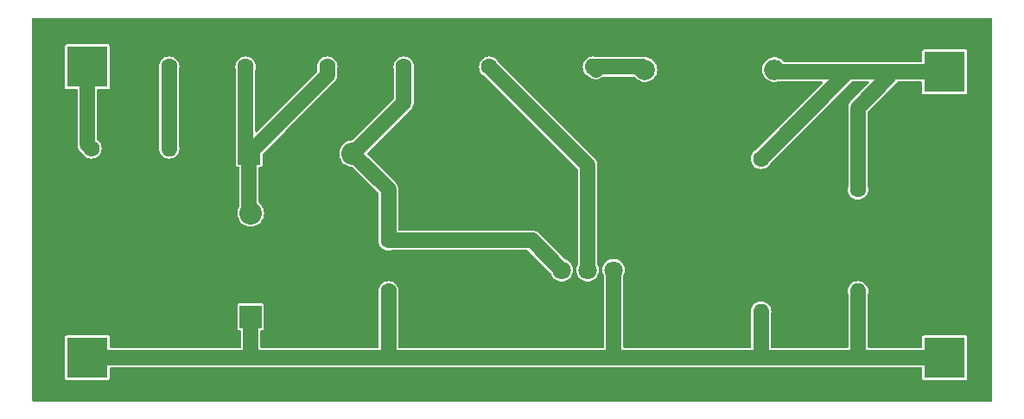
<source format=gbr>
%TF.GenerationSoftware,KiCad,Pcbnew,8.0.3*%
%TF.CreationDate,2024-10-19T22:40:53-05:00*%
%TF.ProjectId,G1 RGB Mod Board,47312052-4742-4204-9d6f-6420426f6172,rev?*%
%TF.SameCoordinates,Original*%
%TF.FileFunction,Copper,L1,Top*%
%TF.FilePolarity,Positive*%
%FSLAX46Y46*%
G04 Gerber Fmt 4.6, Leading zero omitted, Abs format (unit mm)*
G04 Created by KiCad (PCBNEW 8.0.3) date 2024-10-19 22:40:53*
%MOMM*%
%LPD*%
G01*
G04 APERTURE LIST*
%TA.AperFunction,ComponentPad*%
%ADD10R,2.200000X2.200000*%
%TD*%
%TA.AperFunction,ComponentPad*%
%ADD11O,2.200000X2.200000*%
%TD*%
%TA.AperFunction,SMDPad,CuDef*%
%ADD12R,4.000000X4.000000*%
%TD*%
%TA.AperFunction,ComponentPad*%
%ADD13C,1.600000*%
%TD*%
%TA.AperFunction,ComponentPad*%
%ADD14O,1.600000X1.600000*%
%TD*%
%TA.AperFunction,ComponentPad*%
%ADD15C,2.000000*%
%TD*%
%TA.AperFunction,ComponentPad*%
%ADD16O,2.000000X2.000000*%
%TD*%
%TA.AperFunction,ComponentPad*%
%ADD17C,1.800000*%
%TD*%
%TA.AperFunction,Conductor*%
%ADD18C,1.500000*%
%TD*%
G04 APERTURE END LIST*
D10*
X35888000Y-28260000D03*
D11*
X46048000Y-28260000D03*
D10*
X36048000Y-44260000D03*
D11*
X36048000Y-34100000D03*
D12*
X104048000Y-48260000D03*
X104048000Y-20260000D03*
X20048000Y-48260000D03*
X20048000Y-19760000D03*
D13*
X59436000Y-19760000D03*
D14*
X69596000Y-19760000D03*
D13*
X20428000Y-27760000D03*
D14*
X28048000Y-27760000D03*
D15*
X74676000Y-20032000D03*
D16*
X87376000Y-20032000D03*
D13*
X43548000Y-19760000D03*
X51048000Y-19760000D03*
X28048000Y-19760000D03*
X35548000Y-19760000D03*
X95548000Y-31760000D03*
D14*
X95548000Y-41760000D03*
D13*
X86048000Y-28760000D03*
D14*
X86048000Y-43760000D03*
D13*
X49548000Y-41760000D03*
X49548000Y-36760000D03*
D17*
X66523000Y-39685000D03*
X69063000Y-39685000D03*
X71603000Y-39685000D03*
D18*
X95548000Y-23780000D02*
X98552000Y-20776000D01*
X98552000Y-20776000D02*
X98552000Y-20260000D01*
X95548000Y-31760000D02*
X95548000Y-23780000D01*
X94488000Y-20320000D02*
X94488000Y-20260000D01*
X86048000Y-28760000D02*
X94488000Y-20320000D01*
X87604000Y-20260000D02*
X104048000Y-20260000D01*
X87376000Y-20032000D02*
X87604000Y-20260000D01*
X74404000Y-19760000D02*
X74676000Y-20032000D01*
X69596000Y-19760000D02*
X74404000Y-19760000D01*
X103312000Y-19524000D02*
X104048000Y-20260000D01*
X69868000Y-20032000D02*
X69596000Y-19760000D01*
X69063000Y-29387000D02*
X59436000Y-19760000D01*
X69063000Y-39685000D02*
X69063000Y-29387000D01*
X95548000Y-48216000D02*
X95504000Y-48260000D01*
X95548000Y-41760000D02*
X95548000Y-48216000D01*
X95504000Y-48260000D02*
X86360000Y-48260000D01*
X104048000Y-48260000D02*
X95504000Y-48260000D01*
X86048000Y-47948000D02*
X86360000Y-48260000D01*
X86048000Y-43760000D02*
X86048000Y-47948000D01*
X86360000Y-48260000D02*
X72136000Y-48260000D01*
X103548000Y-19760000D02*
X104048000Y-20260000D01*
X71603000Y-39685000D02*
X71603000Y-47727000D01*
X72136000Y-48260000D02*
X49784000Y-48260000D01*
X71603000Y-47727000D02*
X72136000Y-48260000D01*
X63598000Y-36760000D02*
X66523000Y-39685000D01*
X49548000Y-36760000D02*
X63598000Y-36760000D01*
X51048000Y-23260000D02*
X46048000Y-28260000D01*
X51048000Y-19760000D02*
X51048000Y-23260000D01*
X43548000Y-20600000D02*
X35888000Y-28260000D01*
X43548000Y-19760000D02*
X43548000Y-20600000D01*
X49548000Y-31760000D02*
X46048000Y-28260000D01*
X49548000Y-36760000D02*
X49548000Y-31760000D01*
X49548000Y-41760000D02*
X49548000Y-48024000D01*
X49784000Y-48260000D02*
X36068000Y-48260000D01*
X49548000Y-48024000D02*
X49784000Y-48260000D01*
X36048000Y-44260000D02*
X36048000Y-48240000D01*
X36048000Y-48240000D02*
X36068000Y-48260000D01*
X36068000Y-48260000D02*
X20048000Y-48260000D01*
X35888000Y-33940000D02*
X36048000Y-34100000D01*
X35888000Y-28260000D02*
X35888000Y-33940000D01*
X35548000Y-27920000D02*
X35888000Y-28260000D01*
X35548000Y-19760000D02*
X35548000Y-27920000D01*
X28048000Y-27760000D02*
X28048000Y-19760000D01*
X20048000Y-27380000D02*
X20428000Y-27760000D01*
X20048000Y-19760000D02*
X20048000Y-27380000D01*
%TA.AperFunction,Conductor*%
G36*
X108659191Y-14970907D02*
G01*
X108695155Y-15020407D01*
X108700000Y-15051000D01*
X108700000Y-52449000D01*
X108681093Y-52507191D01*
X108631593Y-52543155D01*
X108601000Y-52548000D01*
X14723000Y-52548000D01*
X14664809Y-52529093D01*
X14628845Y-52479593D01*
X14624000Y-52449000D01*
X14624000Y-46240253D01*
X17847500Y-46240253D01*
X17847500Y-50279746D01*
X17847501Y-50279758D01*
X17859132Y-50338227D01*
X17859133Y-50338231D01*
X17903448Y-50404552D01*
X17969769Y-50448867D01*
X18014231Y-50457711D01*
X18028241Y-50460498D01*
X18028246Y-50460498D01*
X18028252Y-50460500D01*
X18028253Y-50460500D01*
X22067747Y-50460500D01*
X22067748Y-50460500D01*
X22126231Y-50448867D01*
X22192552Y-50404552D01*
X22236867Y-50338231D01*
X22248500Y-50279748D01*
X22248500Y-49309500D01*
X22267407Y-49251309D01*
X22316907Y-49215345D01*
X22347500Y-49210500D01*
X35974383Y-49210500D01*
X35974384Y-49210500D01*
X49690383Y-49210500D01*
X49690384Y-49210500D01*
X72042383Y-49210500D01*
X72042384Y-49210500D01*
X86266384Y-49210500D01*
X86453617Y-49210500D01*
X95410383Y-49210500D01*
X95410384Y-49210500D01*
X101748500Y-49210500D01*
X101806691Y-49229407D01*
X101842655Y-49278907D01*
X101847500Y-49309500D01*
X101847500Y-50279746D01*
X101847501Y-50279758D01*
X101859132Y-50338227D01*
X101859133Y-50338231D01*
X101903448Y-50404552D01*
X101969769Y-50448867D01*
X102014231Y-50457711D01*
X102028241Y-50460498D01*
X102028246Y-50460498D01*
X102028252Y-50460500D01*
X102028253Y-50460500D01*
X106067747Y-50460500D01*
X106067748Y-50460500D01*
X106126231Y-50448867D01*
X106192552Y-50404552D01*
X106236867Y-50338231D01*
X106248500Y-50279748D01*
X106248500Y-46240252D01*
X106236867Y-46181769D01*
X106192552Y-46115448D01*
X106192548Y-46115445D01*
X106126233Y-46071134D01*
X106126231Y-46071133D01*
X106126228Y-46071132D01*
X106126227Y-46071132D01*
X106067758Y-46059501D01*
X106067748Y-46059500D01*
X102028252Y-46059500D01*
X102028251Y-46059500D01*
X102028241Y-46059501D01*
X101969772Y-46071132D01*
X101969766Y-46071134D01*
X101903451Y-46115445D01*
X101903445Y-46115451D01*
X101859134Y-46181766D01*
X101859132Y-46181772D01*
X101847501Y-46240241D01*
X101847500Y-46240253D01*
X101847500Y-47210500D01*
X101828593Y-47268691D01*
X101779093Y-47304655D01*
X101748500Y-47309500D01*
X96597500Y-47309500D01*
X96539309Y-47290593D01*
X96503345Y-47241093D01*
X96498500Y-47210500D01*
X96498500Y-42087922D01*
X96502762Y-42059186D01*
X96534024Y-41956132D01*
X96553341Y-41760000D01*
X96553341Y-41759996D01*
X96534025Y-41563873D01*
X96534024Y-41563870D01*
X96534024Y-41563868D01*
X96476814Y-41375273D01*
X96383910Y-41201462D01*
X96383906Y-41201457D01*
X96258887Y-41049121D01*
X96258878Y-41049112D01*
X96106542Y-40924093D01*
X96106540Y-40924092D01*
X96106538Y-40924090D01*
X96065618Y-40902218D01*
X95932732Y-40831188D01*
X95932730Y-40831187D01*
X95744129Y-40773975D01*
X95744126Y-40773974D01*
X95548003Y-40754659D01*
X95547997Y-40754659D01*
X95351873Y-40773974D01*
X95351870Y-40773975D01*
X95163269Y-40831187D01*
X95163267Y-40831188D01*
X94989467Y-40924087D01*
X94989457Y-40924093D01*
X94837121Y-41049112D01*
X94837112Y-41049121D01*
X94712093Y-41201457D01*
X94712087Y-41201467D01*
X94619188Y-41375267D01*
X94619187Y-41375269D01*
X94561975Y-41563870D01*
X94561974Y-41563873D01*
X94542659Y-41759996D01*
X94542659Y-41760003D01*
X94561974Y-41956126D01*
X94561975Y-41956128D01*
X94561975Y-41956130D01*
X94561976Y-41956132D01*
X94593237Y-42059186D01*
X94597500Y-42087922D01*
X94597500Y-47210500D01*
X94578593Y-47268691D01*
X94529093Y-47304655D01*
X94498500Y-47309500D01*
X87097500Y-47309500D01*
X87039309Y-47290593D01*
X87003345Y-47241093D01*
X86998500Y-47210500D01*
X86998500Y-44087922D01*
X87002762Y-44059186D01*
X87034024Y-43956132D01*
X87053341Y-43760000D01*
X87053341Y-43759996D01*
X87034025Y-43563873D01*
X87034024Y-43563870D01*
X87034024Y-43563868D01*
X86976814Y-43375273D01*
X86883910Y-43201462D01*
X86833667Y-43140241D01*
X86758887Y-43049121D01*
X86758878Y-43049112D01*
X86606542Y-42924093D01*
X86606540Y-42924092D01*
X86606538Y-42924090D01*
X86565618Y-42902218D01*
X86432732Y-42831188D01*
X86432730Y-42831187D01*
X86244129Y-42773975D01*
X86244126Y-42773974D01*
X86048003Y-42754659D01*
X86047997Y-42754659D01*
X85851873Y-42773974D01*
X85851870Y-42773975D01*
X85663269Y-42831187D01*
X85663267Y-42831188D01*
X85489467Y-42924087D01*
X85489457Y-42924093D01*
X85337121Y-43049112D01*
X85337112Y-43049121D01*
X85212093Y-43201457D01*
X85212087Y-43201467D01*
X85119188Y-43375267D01*
X85119187Y-43375269D01*
X85061975Y-43563870D01*
X85061974Y-43563873D01*
X85042659Y-43759996D01*
X85042659Y-43760003D01*
X85061974Y-43956126D01*
X85061975Y-43956128D01*
X85061975Y-43956130D01*
X85061976Y-43956132D01*
X85093237Y-44059186D01*
X85097500Y-44087922D01*
X85097500Y-47210500D01*
X85078593Y-47268691D01*
X85029093Y-47304655D01*
X84998500Y-47309500D01*
X72652500Y-47309500D01*
X72594309Y-47290593D01*
X72558345Y-47241093D01*
X72553500Y-47210500D01*
X72553500Y-40268361D01*
X72563879Y-40224233D01*
X72633582Y-40084250D01*
X72689397Y-39888083D01*
X72708215Y-39685000D01*
X72689397Y-39481917D01*
X72633582Y-39285750D01*
X72542673Y-39103179D01*
X72419764Y-38940421D01*
X72269041Y-38803019D01*
X72095637Y-38695652D01*
X71905456Y-38621976D01*
X71905455Y-38621975D01*
X71905453Y-38621975D01*
X71704976Y-38584500D01*
X71501024Y-38584500D01*
X71300546Y-38621975D01*
X71230632Y-38649059D01*
X71110363Y-38695652D01*
X70936959Y-38803019D01*
X70786237Y-38940420D01*
X70663328Y-39103177D01*
X70663323Y-39103186D01*
X70652500Y-39124922D01*
X70572418Y-39285750D01*
X70516603Y-39481917D01*
X70497785Y-39685000D01*
X70516603Y-39888083D01*
X70572417Y-40084248D01*
X70572419Y-40084252D01*
X70642121Y-40224233D01*
X70652500Y-40268361D01*
X70652500Y-47210500D01*
X70633593Y-47268691D01*
X70584093Y-47304655D01*
X70553500Y-47309500D01*
X50597500Y-47309500D01*
X50539309Y-47290593D01*
X50503345Y-47241093D01*
X50498500Y-47210500D01*
X50498500Y-42087922D01*
X50502762Y-42059186D01*
X50534024Y-41956132D01*
X50553341Y-41760000D01*
X50553341Y-41759996D01*
X50534025Y-41563873D01*
X50534024Y-41563870D01*
X50534024Y-41563868D01*
X50476814Y-41375273D01*
X50383910Y-41201462D01*
X50383906Y-41201457D01*
X50258887Y-41049121D01*
X50258878Y-41049112D01*
X50106542Y-40924093D01*
X50106540Y-40924092D01*
X50106538Y-40924090D01*
X50065618Y-40902218D01*
X49932732Y-40831188D01*
X49932730Y-40831187D01*
X49744129Y-40773975D01*
X49744126Y-40773974D01*
X49548003Y-40754659D01*
X49547997Y-40754659D01*
X49351873Y-40773974D01*
X49351870Y-40773975D01*
X49163269Y-40831187D01*
X49163267Y-40831188D01*
X48989467Y-40924087D01*
X48989457Y-40924093D01*
X48837121Y-41049112D01*
X48837112Y-41049121D01*
X48712093Y-41201457D01*
X48712087Y-41201467D01*
X48619188Y-41375267D01*
X48619187Y-41375269D01*
X48561975Y-41563870D01*
X48561974Y-41563873D01*
X48542659Y-41759996D01*
X48542659Y-41760003D01*
X48561974Y-41956126D01*
X48561975Y-41956128D01*
X48561975Y-41956130D01*
X48561976Y-41956132D01*
X48593237Y-42059186D01*
X48597500Y-42087922D01*
X48597500Y-47210500D01*
X48578593Y-47268691D01*
X48529093Y-47304655D01*
X48498500Y-47309500D01*
X37097500Y-47309500D01*
X37039309Y-47290593D01*
X37003345Y-47241093D01*
X36998500Y-47210500D01*
X36998500Y-45659500D01*
X37017407Y-45601309D01*
X37066907Y-45565345D01*
X37097500Y-45560500D01*
X37167747Y-45560500D01*
X37167748Y-45560500D01*
X37226231Y-45548867D01*
X37292552Y-45504552D01*
X37336867Y-45438231D01*
X37348500Y-45379748D01*
X37348500Y-43140252D01*
X37336867Y-43081769D01*
X37292552Y-43015448D01*
X37292548Y-43015445D01*
X37226233Y-42971134D01*
X37226231Y-42971133D01*
X37226228Y-42971132D01*
X37226227Y-42971132D01*
X37167758Y-42959501D01*
X37167748Y-42959500D01*
X34928252Y-42959500D01*
X34928251Y-42959500D01*
X34928241Y-42959501D01*
X34869772Y-42971132D01*
X34869766Y-42971134D01*
X34803451Y-43015445D01*
X34803445Y-43015451D01*
X34759134Y-43081766D01*
X34759132Y-43081772D01*
X34747501Y-43140241D01*
X34747500Y-43140253D01*
X34747500Y-45379746D01*
X34747501Y-45379758D01*
X34759132Y-45438227D01*
X34759133Y-45438231D01*
X34803448Y-45504552D01*
X34869769Y-45548867D01*
X34914231Y-45557711D01*
X34928241Y-45560498D01*
X34928246Y-45560498D01*
X34928252Y-45560500D01*
X34998500Y-45560500D01*
X35056691Y-45579407D01*
X35092655Y-45628907D01*
X35097500Y-45659500D01*
X35097500Y-47210500D01*
X35078593Y-47268691D01*
X35029093Y-47304655D01*
X34998500Y-47309500D01*
X22347500Y-47309500D01*
X22289309Y-47290593D01*
X22253345Y-47241093D01*
X22248500Y-47210500D01*
X22248500Y-46240253D01*
X22248498Y-46240241D01*
X22245711Y-46226231D01*
X22236867Y-46181769D01*
X22192552Y-46115448D01*
X22192548Y-46115445D01*
X22126233Y-46071134D01*
X22126231Y-46071133D01*
X22126228Y-46071132D01*
X22126227Y-46071132D01*
X22067758Y-46059501D01*
X22067748Y-46059500D01*
X18028252Y-46059500D01*
X18028251Y-46059500D01*
X18028241Y-46059501D01*
X17969772Y-46071132D01*
X17969766Y-46071134D01*
X17903451Y-46115445D01*
X17903445Y-46115451D01*
X17859134Y-46181766D01*
X17859132Y-46181772D01*
X17847501Y-46240241D01*
X17847500Y-46240253D01*
X14624000Y-46240253D01*
X14624000Y-17740253D01*
X17847500Y-17740253D01*
X17847500Y-21779746D01*
X17847501Y-21779758D01*
X17859132Y-21838227D01*
X17859133Y-21838231D01*
X17903448Y-21904552D01*
X17969769Y-21948867D01*
X18014231Y-21957711D01*
X18028241Y-21960498D01*
X18028246Y-21960498D01*
X18028252Y-21960500D01*
X18998500Y-21960500D01*
X19056691Y-21979407D01*
X19092655Y-22028907D01*
X19097500Y-22059500D01*
X19097500Y-27473618D01*
X19124084Y-27607265D01*
X19134027Y-27657250D01*
X19205674Y-27830225D01*
X19205680Y-27830237D01*
X19268394Y-27924093D01*
X19309698Y-27985908D01*
X19309701Y-27985911D01*
X19524020Y-28200230D01*
X19541324Y-28223562D01*
X19569079Y-28275487D01*
X19592089Y-28318536D01*
X19592093Y-28318542D01*
X19717112Y-28470878D01*
X19717121Y-28470887D01*
X19830419Y-28563868D01*
X19869462Y-28595910D01*
X20043273Y-28688814D01*
X20231868Y-28746024D01*
X20231870Y-28746024D01*
X20231873Y-28746025D01*
X20427997Y-28765341D01*
X20428000Y-28765341D01*
X20428003Y-28765341D01*
X20624126Y-28746025D01*
X20624127Y-28746024D01*
X20624132Y-28746024D01*
X20812727Y-28688814D01*
X20986538Y-28595910D01*
X21138883Y-28470883D01*
X21263910Y-28318538D01*
X21356814Y-28144727D01*
X21414024Y-27956132D01*
X21422862Y-27866402D01*
X21433341Y-27760003D01*
X21433341Y-27759996D01*
X21414025Y-27563873D01*
X21414024Y-27563870D01*
X21414024Y-27563868D01*
X21356814Y-27375273D01*
X21263910Y-27201462D01*
X21204798Y-27129434D01*
X21138887Y-27049121D01*
X21138878Y-27049112D01*
X21034695Y-26963611D01*
X21001708Y-26912079D01*
X20998500Y-26887083D01*
X20998500Y-22059500D01*
X21017407Y-22001309D01*
X21066907Y-21965345D01*
X21097500Y-21960500D01*
X22067747Y-21960500D01*
X22067748Y-21960500D01*
X22126231Y-21948867D01*
X22192552Y-21904552D01*
X22236867Y-21838231D01*
X22248500Y-21779748D01*
X22248500Y-19759996D01*
X27042659Y-19759996D01*
X27042659Y-19760003D01*
X27061974Y-19956126D01*
X27061975Y-19956128D01*
X27061975Y-19956130D01*
X27061976Y-19956132D01*
X27093237Y-20059186D01*
X27097500Y-20087922D01*
X27097500Y-27432076D01*
X27093237Y-27460814D01*
X27061975Y-27563867D01*
X27061974Y-27563873D01*
X27042659Y-27759996D01*
X27042659Y-27760003D01*
X27061974Y-27956126D01*
X27061975Y-27956129D01*
X27119187Y-28144730D01*
X27119188Y-28144732D01*
X27149514Y-28201467D01*
X27212090Y-28318538D01*
X27212092Y-28318540D01*
X27212093Y-28318542D01*
X27337112Y-28470878D01*
X27337121Y-28470887D01*
X27450419Y-28563868D01*
X27489462Y-28595910D01*
X27663273Y-28688814D01*
X27851868Y-28746024D01*
X27851870Y-28746024D01*
X27851873Y-28746025D01*
X28047997Y-28765341D01*
X28048000Y-28765341D01*
X28048003Y-28765341D01*
X28244126Y-28746025D01*
X28244127Y-28746024D01*
X28244132Y-28746024D01*
X28432727Y-28688814D01*
X28606538Y-28595910D01*
X28758883Y-28470883D01*
X28883910Y-28318538D01*
X28976814Y-28144727D01*
X29034024Y-27956132D01*
X29042862Y-27866402D01*
X29053341Y-27760003D01*
X29053341Y-27759996D01*
X29034025Y-27563873D01*
X29034024Y-27563867D01*
X29002763Y-27460814D01*
X28998500Y-27432076D01*
X28998500Y-20087922D01*
X29002762Y-20059186D01*
X29034024Y-19956132D01*
X29053341Y-19760000D01*
X29053341Y-19759996D01*
X34542659Y-19759996D01*
X34542659Y-19760003D01*
X34561974Y-19956126D01*
X34561975Y-19956128D01*
X34561975Y-19956130D01*
X34561976Y-19956132D01*
X34593237Y-20059186D01*
X34597500Y-20087922D01*
X34597500Y-27080225D01*
X34595598Y-27099539D01*
X34587500Y-27140248D01*
X34587500Y-29379746D01*
X34587501Y-29379758D01*
X34599132Y-29438227D01*
X34599134Y-29438233D01*
X34643445Y-29504548D01*
X34643448Y-29504552D01*
X34709769Y-29548867D01*
X34754231Y-29557711D01*
X34768241Y-29560498D01*
X34768246Y-29560498D01*
X34768252Y-29560500D01*
X34838500Y-29560500D01*
X34896691Y-29579407D01*
X34932655Y-29628907D01*
X34937500Y-29659500D01*
X34937500Y-33387391D01*
X34919599Y-33444171D01*
X34917434Y-33447261D01*
X34917426Y-33447276D01*
X34821262Y-33653500D01*
X34762363Y-33873315D01*
X34742532Y-34099996D01*
X34742532Y-34100003D01*
X34762363Y-34326684D01*
X34821262Y-34546500D01*
X34917426Y-34752723D01*
X34917434Y-34752737D01*
X35047946Y-34939130D01*
X35047947Y-34939132D01*
X35047950Y-34939135D01*
X35047953Y-34939139D01*
X35208861Y-35100047D01*
X35208864Y-35100049D01*
X35208867Y-35100052D01*
X35208869Y-35100053D01*
X35333131Y-35187061D01*
X35395266Y-35230568D01*
X35395272Y-35230571D01*
X35395276Y-35230573D01*
X35601500Y-35326737D01*
X35601504Y-35326739D01*
X35821308Y-35385635D01*
X35821312Y-35385635D01*
X35821315Y-35385636D01*
X36047997Y-35405468D01*
X36048000Y-35405468D01*
X36048003Y-35405468D01*
X36274684Y-35385636D01*
X36274685Y-35385635D01*
X36274692Y-35385635D01*
X36494496Y-35326739D01*
X36700734Y-35230568D01*
X36887139Y-35100047D01*
X37048047Y-34939139D01*
X37178568Y-34752734D01*
X37274739Y-34546496D01*
X37333635Y-34326692D01*
X37353468Y-34100000D01*
X37333635Y-33873308D01*
X37274739Y-33653504D01*
X37178568Y-33447266D01*
X37048053Y-33260869D01*
X37048052Y-33260867D01*
X37048049Y-33260864D01*
X37048047Y-33260861D01*
X36887139Y-33099953D01*
X36880710Y-33095451D01*
X36843891Y-33046583D01*
X36838500Y-33014359D01*
X36838500Y-29659500D01*
X36857407Y-29601309D01*
X36906907Y-29565345D01*
X36937500Y-29560500D01*
X37007747Y-29560500D01*
X37007748Y-29560500D01*
X37066231Y-29548867D01*
X37132552Y-29504552D01*
X37176867Y-29438231D01*
X37188500Y-29379748D01*
X37188500Y-28344718D01*
X37207407Y-28286527D01*
X37217496Y-28274714D01*
X37232214Y-28259996D01*
X44742532Y-28259996D01*
X44742532Y-28260003D01*
X44762363Y-28486684D01*
X44762364Y-28486691D01*
X44762365Y-28486692D01*
X44791629Y-28595906D01*
X44821262Y-28706500D01*
X44917426Y-28912723D01*
X44917434Y-28912737D01*
X45047946Y-29099130D01*
X45047947Y-29099132D01*
X45047950Y-29099135D01*
X45047953Y-29099139D01*
X45208861Y-29260047D01*
X45208864Y-29260049D01*
X45208867Y-29260052D01*
X45208869Y-29260053D01*
X45292401Y-29318542D01*
X45395266Y-29390568D01*
X45395272Y-29390571D01*
X45395276Y-29390573D01*
X45601500Y-29486737D01*
X45601504Y-29486739D01*
X45821308Y-29545635D01*
X45821314Y-29545635D01*
X45821316Y-29545636D01*
X45891206Y-29551750D01*
X45969644Y-29558612D01*
X46025966Y-29582518D01*
X46031021Y-29587231D01*
X48568504Y-32124714D01*
X48596281Y-32179231D01*
X48597500Y-32194718D01*
X48597500Y-36432076D01*
X48593237Y-36460814D01*
X48561975Y-36563867D01*
X48561974Y-36563873D01*
X48542659Y-36759996D01*
X48542659Y-36760003D01*
X48561974Y-36956126D01*
X48561975Y-36956129D01*
X48619187Y-37144730D01*
X48619188Y-37144732D01*
X48690218Y-37277618D01*
X48712090Y-37318538D01*
X48712092Y-37318540D01*
X48712093Y-37318542D01*
X48837112Y-37470878D01*
X48837121Y-37470887D01*
X48989457Y-37595906D01*
X48989462Y-37595910D01*
X49163273Y-37688814D01*
X49351868Y-37746024D01*
X49351870Y-37746024D01*
X49351873Y-37746025D01*
X49547997Y-37765341D01*
X49548000Y-37765341D01*
X49548003Y-37765341D01*
X49744126Y-37746025D01*
X49744127Y-37746024D01*
X49744132Y-37746024D01*
X49847185Y-37714762D01*
X49875923Y-37710500D01*
X63163282Y-37710500D01*
X63221473Y-37729407D01*
X63233286Y-37739496D01*
X65440186Y-39946396D01*
X65465402Y-39989306D01*
X65492417Y-40084248D01*
X65492418Y-40084250D01*
X65583327Y-40266821D01*
X65706236Y-40429579D01*
X65856959Y-40566981D01*
X66030363Y-40674348D01*
X66220544Y-40748024D01*
X66421024Y-40785500D01*
X66624976Y-40785500D01*
X66825456Y-40748024D01*
X67015637Y-40674348D01*
X67189041Y-40566981D01*
X67339764Y-40429579D01*
X67462673Y-40266821D01*
X67553582Y-40084250D01*
X67609397Y-39888083D01*
X67628215Y-39685000D01*
X67609397Y-39481917D01*
X67553582Y-39285750D01*
X67462673Y-39103179D01*
X67339764Y-38940421D01*
X67189041Y-38803019D01*
X67015637Y-38695652D01*
X66825456Y-38621976D01*
X66825455Y-38621975D01*
X66825453Y-38621975D01*
X66821052Y-38620723D01*
X66821642Y-38618648D01*
X66777618Y-38595408D01*
X64203911Y-36021701D01*
X64203908Y-36021698D01*
X64048230Y-35917677D01*
X64048231Y-35917677D01*
X64048229Y-35917676D01*
X63946901Y-35875705D01*
X63946901Y-35875704D01*
X63875251Y-35846027D01*
X63783433Y-35827763D01*
X63691619Y-35809500D01*
X63691617Y-35809500D01*
X63691616Y-35809500D01*
X50597500Y-35809500D01*
X50539309Y-35790593D01*
X50503345Y-35741093D01*
X50498500Y-35710500D01*
X50498500Y-31666385D01*
X50498499Y-31666381D01*
X50478108Y-31563868D01*
X50461973Y-31482750D01*
X50440983Y-31432076D01*
X50390322Y-31309769D01*
X50390320Y-31309767D01*
X50390320Y-31309765D01*
X50353542Y-31254723D01*
X50353542Y-31254724D01*
X50286302Y-31154092D01*
X50286300Y-31154090D01*
X50153908Y-31021697D01*
X50153908Y-31021698D01*
X47462214Y-28330004D01*
X47434437Y-28275487D01*
X47444008Y-28215055D01*
X47462214Y-28189996D01*
X49585928Y-26066282D01*
X51786302Y-23865908D01*
X51860283Y-23755187D01*
X51890319Y-23710237D01*
X51890325Y-23710225D01*
X51900201Y-23686381D01*
X51961973Y-23537250D01*
X51998500Y-23353617D01*
X51998500Y-23166383D01*
X51998500Y-20087922D01*
X52002762Y-20059186D01*
X52034024Y-19956132D01*
X52053341Y-19760000D01*
X52053341Y-19759996D01*
X58430659Y-19759996D01*
X58430659Y-19760003D01*
X58449974Y-19956126D01*
X58449975Y-19956129D01*
X58507187Y-20144730D01*
X58507188Y-20144732D01*
X58555591Y-20235286D01*
X58600090Y-20318538D01*
X58600092Y-20318540D01*
X58600093Y-20318542D01*
X58725112Y-20470878D01*
X58725121Y-20470887D01*
X58846993Y-20570904D01*
X58877462Y-20595910D01*
X58972437Y-20646675D01*
X58995769Y-20663979D01*
X68083504Y-29751714D01*
X68111281Y-29806231D01*
X68112500Y-29821718D01*
X68112500Y-39101638D01*
X68102120Y-39145766D01*
X68032418Y-39285750D01*
X67976603Y-39481917D01*
X67957785Y-39685000D01*
X67976603Y-39888083D01*
X68032418Y-40084250D01*
X68123327Y-40266821D01*
X68246236Y-40429579D01*
X68396959Y-40566981D01*
X68570363Y-40674348D01*
X68760544Y-40748024D01*
X68961024Y-40785500D01*
X69164976Y-40785500D01*
X69365456Y-40748024D01*
X69555637Y-40674348D01*
X69729041Y-40566981D01*
X69879764Y-40429579D01*
X70002673Y-40266821D01*
X70093582Y-40084250D01*
X70149397Y-39888083D01*
X70168215Y-39685000D01*
X70149397Y-39481917D01*
X70093582Y-39285750D01*
X70023879Y-39145766D01*
X70013500Y-39101638D01*
X70013500Y-29293385D01*
X70013499Y-29293381D01*
X70006870Y-29260053D01*
X69976973Y-29109749D01*
X69918836Y-28969394D01*
X69913340Y-28956126D01*
X69905323Y-28936770D01*
X69801302Y-28781092D01*
X69780206Y-28759996D01*
X85042659Y-28759996D01*
X85042659Y-28760003D01*
X85061974Y-28956126D01*
X85061975Y-28956129D01*
X85061976Y-28956132D01*
X85108575Y-29109749D01*
X85119187Y-29144730D01*
X85119188Y-29144732D01*
X85180829Y-29260053D01*
X85212090Y-29318538D01*
X85212092Y-29318540D01*
X85212093Y-29318542D01*
X85337112Y-29470878D01*
X85337121Y-29470887D01*
X85489457Y-29595906D01*
X85489462Y-29595910D01*
X85663273Y-29688814D01*
X85851868Y-29746024D01*
X85851870Y-29746024D01*
X85851873Y-29746025D01*
X86047997Y-29765341D01*
X86048000Y-29765341D01*
X86048003Y-29765341D01*
X86244126Y-29746025D01*
X86244127Y-29746024D01*
X86244132Y-29746024D01*
X86432727Y-29688814D01*
X86606538Y-29595910D01*
X86758883Y-29470883D01*
X86883910Y-29318538D01*
X86934675Y-29223561D01*
X86951976Y-29200232D01*
X94912714Y-21239496D01*
X94967231Y-21211719D01*
X94982718Y-21210500D01*
X96534282Y-21210500D01*
X96592473Y-21229407D01*
X96628437Y-21278907D01*
X96628437Y-21340093D01*
X96604286Y-21379504D01*
X94809701Y-23174088D01*
X94809698Y-23174092D01*
X94705676Y-23329770D01*
X94663705Y-23431099D01*
X94634027Y-23502747D01*
X94634027Y-23502749D01*
X94597500Y-23686381D01*
X94597500Y-31432076D01*
X94593237Y-31460814D01*
X94561975Y-31563867D01*
X94561974Y-31563873D01*
X94542659Y-31759996D01*
X94542659Y-31760003D01*
X94561974Y-31956126D01*
X94561975Y-31956129D01*
X94619187Y-32144730D01*
X94619188Y-32144732D01*
X94690218Y-32277618D01*
X94712090Y-32318538D01*
X94712092Y-32318540D01*
X94712093Y-32318542D01*
X94837112Y-32470878D01*
X94837121Y-32470887D01*
X94989457Y-32595906D01*
X94989462Y-32595910D01*
X95163273Y-32688814D01*
X95351868Y-32746024D01*
X95351870Y-32746024D01*
X95351873Y-32746025D01*
X95547997Y-32765341D01*
X95548000Y-32765341D01*
X95548003Y-32765341D01*
X95744126Y-32746025D01*
X95744127Y-32746024D01*
X95744132Y-32746024D01*
X95932727Y-32688814D01*
X96106538Y-32595910D01*
X96258883Y-32470883D01*
X96383910Y-32318538D01*
X96476814Y-32144727D01*
X96534024Y-31956132D01*
X96553341Y-31760000D01*
X96544121Y-31666384D01*
X96534025Y-31563873D01*
X96534024Y-31563867D01*
X96502763Y-31460814D01*
X96498500Y-31432076D01*
X96498500Y-24214718D01*
X96517407Y-24156527D01*
X96527496Y-24144714D01*
X97846929Y-22825281D01*
X99290302Y-21381908D01*
X99375435Y-21254498D01*
X99423485Y-21216619D01*
X99457750Y-21210500D01*
X101748500Y-21210500D01*
X101806691Y-21229407D01*
X101842655Y-21278907D01*
X101847500Y-21309500D01*
X101847500Y-22279746D01*
X101847501Y-22279758D01*
X101859132Y-22338227D01*
X101859133Y-22338231D01*
X101903448Y-22404552D01*
X101969769Y-22448867D01*
X102014231Y-22457711D01*
X102028241Y-22460498D01*
X102028246Y-22460498D01*
X102028252Y-22460500D01*
X102028253Y-22460500D01*
X106067747Y-22460500D01*
X106067748Y-22460500D01*
X106126231Y-22448867D01*
X106192552Y-22404552D01*
X106236867Y-22338231D01*
X106248500Y-22279748D01*
X106248500Y-18240252D01*
X106236867Y-18181769D01*
X106192552Y-18115448D01*
X106192548Y-18115445D01*
X106126233Y-18071134D01*
X106126231Y-18071133D01*
X106126228Y-18071132D01*
X106126227Y-18071132D01*
X106067758Y-18059501D01*
X106067748Y-18059500D01*
X102028252Y-18059500D01*
X102028251Y-18059500D01*
X102028241Y-18059501D01*
X101969772Y-18071132D01*
X101969766Y-18071134D01*
X101903451Y-18115445D01*
X101903445Y-18115451D01*
X101859134Y-18181766D01*
X101859132Y-18181772D01*
X101847501Y-18240241D01*
X101847500Y-18240253D01*
X101847500Y-19210500D01*
X101828593Y-19268691D01*
X101779093Y-19304655D01*
X101748500Y-19309500D01*
X88384043Y-19309500D01*
X88325852Y-19290593D01*
X88305039Y-19270161D01*
X88293477Y-19254851D01*
X88266981Y-19219764D01*
X88102562Y-19069876D01*
X87913401Y-18952753D01*
X87705940Y-18872382D01*
X87705939Y-18872381D01*
X87705937Y-18872381D01*
X87487243Y-18831500D01*
X87264757Y-18831500D01*
X87046062Y-18872381D01*
X86969797Y-18901926D01*
X86838599Y-18952753D01*
X86649438Y-19069876D01*
X86485019Y-19219764D01*
X86448071Y-19268691D01*
X86350943Y-19397309D01*
X86350938Y-19397318D01*
X86268003Y-19563873D01*
X86251771Y-19596472D01*
X86190885Y-19810464D01*
X86170357Y-20032000D01*
X86190885Y-20253536D01*
X86251771Y-20467528D01*
X86350942Y-20666689D01*
X86485019Y-20844236D01*
X86649438Y-20994124D01*
X86838599Y-21111247D01*
X87046060Y-21191618D01*
X87264757Y-21232500D01*
X87487243Y-21232500D01*
X87595912Y-21212186D01*
X87614103Y-21210500D01*
X87697617Y-21210500D01*
X92014282Y-21210500D01*
X92072473Y-21229407D01*
X92108437Y-21278907D01*
X92108437Y-21340093D01*
X92084286Y-21379504D01*
X85607769Y-27856019D01*
X85584434Y-27873325D01*
X85489462Y-27924090D01*
X85489460Y-27924091D01*
X85489459Y-27924092D01*
X85489457Y-27924093D01*
X85337121Y-28049112D01*
X85337112Y-28049121D01*
X85212093Y-28201457D01*
X85212087Y-28201467D01*
X85119188Y-28375267D01*
X85119187Y-28375269D01*
X85061975Y-28563870D01*
X85061974Y-28563873D01*
X85042659Y-28759996D01*
X69780206Y-28759996D01*
X60780206Y-19759996D01*
X68590659Y-19759996D01*
X68590659Y-19760003D01*
X68609974Y-19956126D01*
X68609975Y-19956129D01*
X68667187Y-20144730D01*
X68667188Y-20144732D01*
X68715591Y-20235286D01*
X68760090Y-20318538D01*
X68760092Y-20318540D01*
X68760093Y-20318542D01*
X68885112Y-20470878D01*
X68885121Y-20470887D01*
X69006993Y-20570904D01*
X69037462Y-20595910D01*
X69132437Y-20646675D01*
X69155769Y-20663979D01*
X69262091Y-20770301D01*
X69417769Y-20874323D01*
X69417770Y-20874323D01*
X69417771Y-20874324D01*
X69424838Y-20877251D01*
X69590750Y-20945973D01*
X69774383Y-20982500D01*
X69774384Y-20982500D01*
X69961616Y-20982500D01*
X69961617Y-20982500D01*
X70145250Y-20945973D01*
X70318230Y-20874323D01*
X70473908Y-20770301D01*
X70504713Y-20739496D01*
X70559230Y-20711719D01*
X70574717Y-20710500D01*
X73634730Y-20710500D01*
X73692921Y-20729407D01*
X73713733Y-20749839D01*
X73760628Y-20811937D01*
X73785019Y-20844236D01*
X73949438Y-20994124D01*
X74138599Y-21111247D01*
X74346060Y-21191618D01*
X74564757Y-21232500D01*
X74787243Y-21232500D01*
X75005940Y-21191618D01*
X75213401Y-21111247D01*
X75402562Y-20994124D01*
X75566981Y-20844236D01*
X75701058Y-20666689D01*
X75800229Y-20467528D01*
X75861115Y-20253536D01*
X75881643Y-20032000D01*
X75861115Y-19810464D01*
X75800229Y-19596472D01*
X75701058Y-19397311D01*
X75566981Y-19219764D01*
X75402562Y-19069876D01*
X75213401Y-18952753D01*
X75005940Y-18872382D01*
X75005939Y-18872381D01*
X75005937Y-18872381D01*
X74787243Y-18831500D01*
X74617970Y-18831500D01*
X74598650Y-18829596D01*
X74589434Y-18827762D01*
X74589434Y-18827763D01*
X74497619Y-18809500D01*
X74497617Y-18809500D01*
X74497616Y-18809500D01*
X69923923Y-18809500D01*
X69895185Y-18805237D01*
X69792132Y-18773976D01*
X69792129Y-18773975D01*
X69792126Y-18773974D01*
X69596003Y-18754659D01*
X69595997Y-18754659D01*
X69399873Y-18773974D01*
X69399870Y-18773975D01*
X69211269Y-18831187D01*
X69211267Y-18831188D01*
X69037467Y-18924087D01*
X69037457Y-18924093D01*
X68885121Y-19049112D01*
X68885112Y-19049121D01*
X68760093Y-19201457D01*
X68760087Y-19201467D01*
X68667188Y-19375267D01*
X68667187Y-19375269D01*
X68609975Y-19563870D01*
X68609974Y-19563873D01*
X68590659Y-19759996D01*
X60780206Y-19759996D01*
X60339979Y-19319769D01*
X60322675Y-19296437D01*
X60271910Y-19201462D01*
X60163920Y-19069876D01*
X60146887Y-19049121D01*
X60146878Y-19049112D01*
X59994542Y-18924093D01*
X59994540Y-18924092D01*
X59994538Y-18924090D01*
X59953618Y-18902218D01*
X59820732Y-18831188D01*
X59820730Y-18831187D01*
X59815485Y-18829596D01*
X59632132Y-18773976D01*
X59632129Y-18773975D01*
X59632126Y-18773974D01*
X59436003Y-18754659D01*
X59435997Y-18754659D01*
X59239873Y-18773974D01*
X59239870Y-18773975D01*
X59051269Y-18831187D01*
X59051267Y-18831188D01*
X58877467Y-18924087D01*
X58877457Y-18924093D01*
X58725121Y-19049112D01*
X58725112Y-19049121D01*
X58600093Y-19201457D01*
X58600087Y-19201467D01*
X58507188Y-19375267D01*
X58507187Y-19375269D01*
X58449975Y-19563870D01*
X58449974Y-19563873D01*
X58430659Y-19759996D01*
X52053341Y-19759996D01*
X52034025Y-19563873D01*
X52034024Y-19563870D01*
X52034024Y-19563868D01*
X51976814Y-19375273D01*
X51883910Y-19201462D01*
X51775920Y-19069876D01*
X51758887Y-19049121D01*
X51758878Y-19049112D01*
X51606542Y-18924093D01*
X51606540Y-18924092D01*
X51606538Y-18924090D01*
X51565618Y-18902218D01*
X51432732Y-18831188D01*
X51432730Y-18831187D01*
X51427485Y-18829596D01*
X51244132Y-18773976D01*
X51244129Y-18773975D01*
X51244126Y-18773974D01*
X51048003Y-18754659D01*
X51047997Y-18754659D01*
X50851873Y-18773974D01*
X50851870Y-18773975D01*
X50663269Y-18831187D01*
X50663267Y-18831188D01*
X50489467Y-18924087D01*
X50489457Y-18924093D01*
X50337121Y-19049112D01*
X50337112Y-19049121D01*
X50212093Y-19201457D01*
X50212087Y-19201467D01*
X50119188Y-19375267D01*
X50119187Y-19375269D01*
X50061975Y-19563870D01*
X50061974Y-19563873D01*
X50042659Y-19759996D01*
X50042659Y-19760003D01*
X50061974Y-19956126D01*
X50061975Y-19956128D01*
X50061975Y-19956130D01*
X50061976Y-19956132D01*
X50093237Y-20059186D01*
X50097500Y-20087922D01*
X50097500Y-22825281D01*
X50078593Y-22883472D01*
X50068504Y-22895285D01*
X46031021Y-26932767D01*
X45976504Y-26960544D01*
X45969646Y-26961386D01*
X45821315Y-26974363D01*
X45601499Y-27033262D01*
X45395276Y-27129426D01*
X45395262Y-27129434D01*
X45208869Y-27259946D01*
X45208867Y-27259947D01*
X45047947Y-27420867D01*
X45047946Y-27420869D01*
X44917434Y-27607262D01*
X44917426Y-27607276D01*
X44821262Y-27813499D01*
X44762363Y-28033315D01*
X44742532Y-28259996D01*
X37232214Y-28259996D01*
X39425928Y-26066282D01*
X44286302Y-21205908D01*
X44360283Y-21095187D01*
X44390319Y-21050237D01*
X44390325Y-21050225D01*
X44441818Y-20925910D01*
X44441818Y-20925909D01*
X44461973Y-20877251D01*
X44486557Y-20753658D01*
X44498500Y-20693617D01*
X44498500Y-20506383D01*
X44498500Y-20087922D01*
X44502762Y-20059186D01*
X44534024Y-19956132D01*
X44553341Y-19760000D01*
X44553341Y-19759996D01*
X44534025Y-19563873D01*
X44534024Y-19563870D01*
X44534024Y-19563868D01*
X44476814Y-19375273D01*
X44383910Y-19201462D01*
X44275920Y-19069876D01*
X44258887Y-19049121D01*
X44258878Y-19049112D01*
X44106542Y-18924093D01*
X44106540Y-18924092D01*
X44106538Y-18924090D01*
X44065618Y-18902218D01*
X43932732Y-18831188D01*
X43932730Y-18831187D01*
X43927485Y-18829596D01*
X43744132Y-18773976D01*
X43744129Y-18773975D01*
X43744126Y-18773974D01*
X43548003Y-18754659D01*
X43547997Y-18754659D01*
X43351873Y-18773974D01*
X43351870Y-18773975D01*
X43163269Y-18831187D01*
X43163267Y-18831188D01*
X42989467Y-18924087D01*
X42989457Y-18924093D01*
X42837121Y-19049112D01*
X42837112Y-19049121D01*
X42712093Y-19201457D01*
X42712087Y-19201467D01*
X42619188Y-19375267D01*
X42619187Y-19375269D01*
X42561975Y-19563870D01*
X42561974Y-19563873D01*
X42542659Y-19759996D01*
X42542659Y-19760003D01*
X42561974Y-19956126D01*
X42561975Y-19956128D01*
X42561975Y-19956130D01*
X42561976Y-19956132D01*
X42593237Y-20059186D01*
X42597500Y-20087922D01*
X42597500Y-20165282D01*
X42578593Y-20223473D01*
X42568504Y-20235286D01*
X36667504Y-26136286D01*
X36612987Y-26164063D01*
X36552555Y-26154492D01*
X36509290Y-26111227D01*
X36498500Y-26066282D01*
X36498500Y-20087922D01*
X36502762Y-20059186D01*
X36534024Y-19956132D01*
X36553341Y-19760000D01*
X36553341Y-19759996D01*
X36534025Y-19563873D01*
X36534024Y-19563870D01*
X36534024Y-19563868D01*
X36476814Y-19375273D01*
X36383910Y-19201462D01*
X36275920Y-19069876D01*
X36258887Y-19049121D01*
X36258878Y-19049112D01*
X36106542Y-18924093D01*
X36106540Y-18924092D01*
X36106538Y-18924090D01*
X36065618Y-18902218D01*
X35932732Y-18831188D01*
X35932730Y-18831187D01*
X35927485Y-18829596D01*
X35744132Y-18773976D01*
X35744129Y-18773975D01*
X35744126Y-18773974D01*
X35548003Y-18754659D01*
X35547997Y-18754659D01*
X35351873Y-18773974D01*
X35351870Y-18773975D01*
X35163269Y-18831187D01*
X35163267Y-18831188D01*
X34989467Y-18924087D01*
X34989457Y-18924093D01*
X34837121Y-19049112D01*
X34837112Y-19049121D01*
X34712093Y-19201457D01*
X34712087Y-19201467D01*
X34619188Y-19375267D01*
X34619187Y-19375269D01*
X34561975Y-19563870D01*
X34561974Y-19563873D01*
X34542659Y-19759996D01*
X29053341Y-19759996D01*
X29034025Y-19563873D01*
X29034024Y-19563870D01*
X29034024Y-19563868D01*
X28976814Y-19375273D01*
X28883910Y-19201462D01*
X28775920Y-19069876D01*
X28758887Y-19049121D01*
X28758878Y-19049112D01*
X28606542Y-18924093D01*
X28606540Y-18924092D01*
X28606538Y-18924090D01*
X28565618Y-18902218D01*
X28432732Y-18831188D01*
X28432730Y-18831187D01*
X28427485Y-18829596D01*
X28244132Y-18773976D01*
X28244129Y-18773975D01*
X28244126Y-18773974D01*
X28048003Y-18754659D01*
X28047997Y-18754659D01*
X27851873Y-18773974D01*
X27851870Y-18773975D01*
X27663269Y-18831187D01*
X27663267Y-18831188D01*
X27489467Y-18924087D01*
X27489457Y-18924093D01*
X27337121Y-19049112D01*
X27337112Y-19049121D01*
X27212093Y-19201457D01*
X27212087Y-19201467D01*
X27119188Y-19375267D01*
X27119187Y-19375269D01*
X27061975Y-19563870D01*
X27061974Y-19563873D01*
X27042659Y-19759996D01*
X22248500Y-19759996D01*
X22248500Y-17740252D01*
X22236867Y-17681769D01*
X22192552Y-17615448D01*
X22192548Y-17615445D01*
X22126233Y-17571134D01*
X22126231Y-17571133D01*
X22126228Y-17571132D01*
X22126227Y-17571132D01*
X22067758Y-17559501D01*
X22067748Y-17559500D01*
X18028252Y-17559500D01*
X18028251Y-17559500D01*
X18028241Y-17559501D01*
X17969772Y-17571132D01*
X17969766Y-17571134D01*
X17903451Y-17615445D01*
X17903445Y-17615451D01*
X17859134Y-17681766D01*
X17859132Y-17681772D01*
X17847501Y-17740241D01*
X17847500Y-17740253D01*
X14624000Y-17740253D01*
X14624000Y-15051000D01*
X14642907Y-14992809D01*
X14692407Y-14956845D01*
X14723000Y-14952000D01*
X108601000Y-14952000D01*
X108659191Y-14970907D01*
G37*
%TD.AperFunction*%
M02*

</source>
